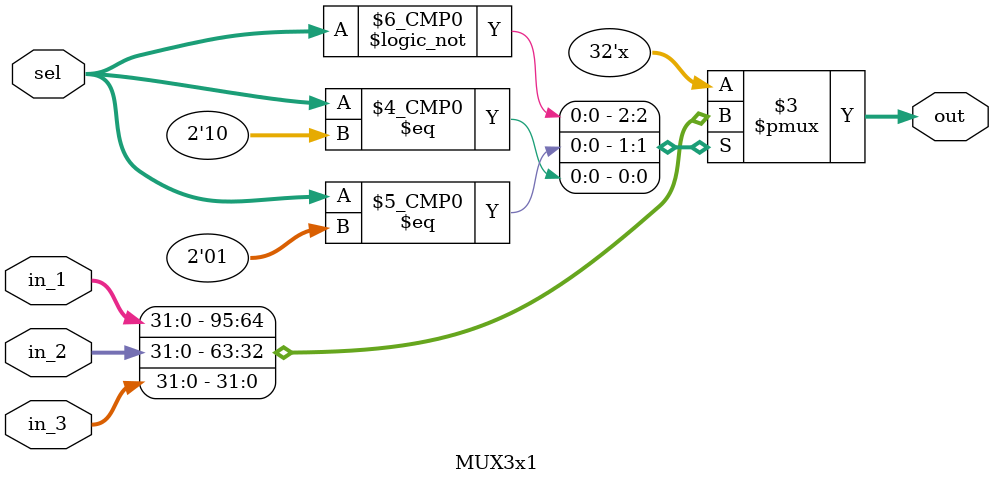
<source format=sv>
`timescale 1ns / 1ps

module MUX3x1 #(
    parameter                       DATA_WIDTH=32) (    // 
    input  logic [1:0]              sel,                // 
    input  logic [DATA_WIDTH-1:0]   in_1,               // 
    input  logic [DATA_WIDTH-1:0]   in_2,               // 
    input  logic [DATA_WIDTH-1:0]   in_3,               // 
    output logic [DATA_WIDTH-1:0]   out);               // 
    
    // 
    always_comb begin
        case (sel)
            2'b00:      out = in_1;
            2'b01:      out = in_2;
            2'b10:      out = in_3;
            default:    out = 'X;
        endcase
    end
    
endmodule

</source>
